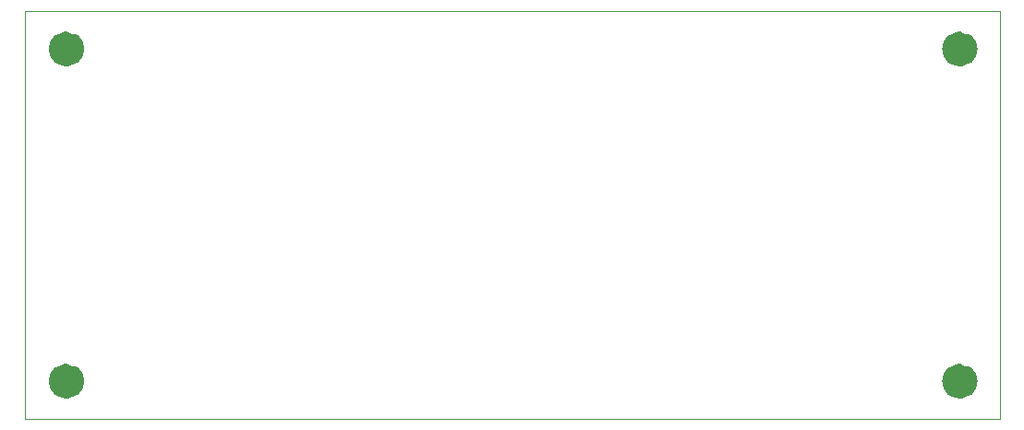
<source format=gbr>
%TF.GenerationSoftware,KiCad,Pcbnew,(6.0.2)*%
%TF.CreationDate,2022-02-21T21:29:37+01:00*%
%TF.ProjectId,tapa,74617061-2e6b-4696-9361-645f70636258,rev?*%
%TF.SameCoordinates,Original*%
%TF.FileFunction,Profile,NP*%
%FSLAX46Y46*%
G04 Gerber Fmt 4.6, Leading zero omitted, Abs format (unit mm)*
G04 Created by KiCad (PCBNEW (6.0.2)) date 2022-02-21 21:29:37*
%MOMM*%
%LPD*%
G01*
G04 APERTURE LIST*
%TA.AperFunction,Profile*%
%ADD10C,1.650000*%
%TD*%
%TA.AperFunction,Profile*%
%ADD11C,0.100000*%
%TD*%
G04 APERTURE END LIST*
D10*
X71310000Y-85090000D02*
G75*
G03*
X71310000Y-85090000I-825000J0D01*
G01*
X71310000Y-54610000D02*
G75*
G03*
X71310000Y-54610000I-825000J0D01*
G01*
X153225000Y-54610000D02*
G75*
G03*
X153225000Y-54610000I-825000J0D01*
G01*
X153225000Y-85090000D02*
G75*
G03*
X153225000Y-85090000I-825000J0D01*
G01*
D11*
X156040000Y-51120000D02*
X66675000Y-51120000D01*
X66675000Y-51120000D02*
X66675000Y-88580000D01*
X66675000Y-88580000D02*
X156040000Y-88580000D01*
X156040000Y-88580000D02*
X156040000Y-51120000D01*
M02*

</source>
